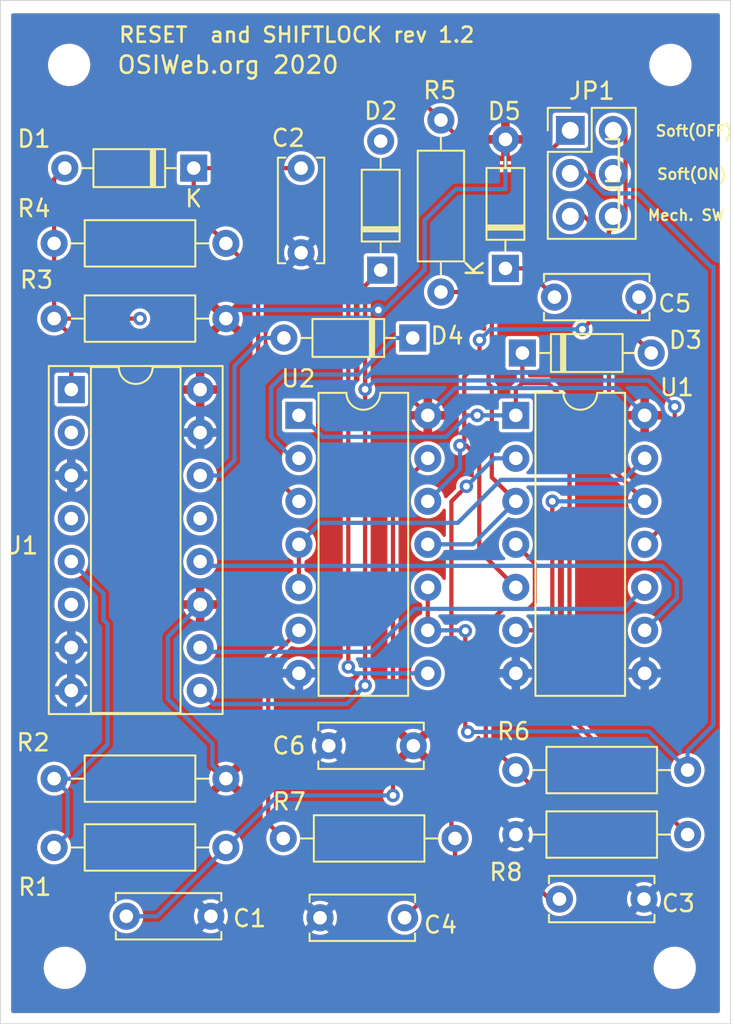
<source format=kicad_pcb>
(kicad_pcb (version 20211014) (generator pcbnew)
  (title_block (title "~RESET~ and SHIFT LOCK") (date "2022-02-22") (rev "1.2"))
  (layers (0 "F.Cu" signal) (31 "B.Cu" signal) (34 "B.Paste" user) (35 "F.Paste" user) (36 "B.SilkS" user "B.Silkscreen") (37 "F.SilkS" user "F.Silkscreen") (38 "B.Mask" user) (39 "F.Mask" user) (44 "Edge.Cuts" user))
  (net 0 "")
  (net 1 "GND")
  (net 2 "/Break1")
  (net 3 "Row0")
  (net 4 "Net-(JP1-Pad3)")
  (net 5 "ShiftLockLED-")
  (net 6 "/ShiftLock1")
  (net 7 "ShifLockLED+")
  (net 8 "~{RESET}")
  (net 9 "Col0")
  (net 10 "Net-(J1-Pad6)")
  (net 11 "Net-(J1-Pad13)")
  (net 12 "Net-(J1-Pad4)")
  (net 13 "Net-(J1-Pad2)")
  (net 14 "Net-(C1-Pad2)")
  (net 15 "Net-(C2-Pad1)")
  (net 16 "Net-(C3-Pad2)")
  (net 17 "Net-(C4-Pad1)")
  (net 18 "Net-(R5-Pad1)")
  (net 19 "Net-(R7-Pad2)")
  (net 20 "Net-(C5-Pad2)")
  (net 21 "Net-(D2-Pad2)")
  (net 22 "Net-(D3-Pad1)")
  (net 23 "Net-(JP1-Pad2)")
  (net 24 "Net-(JP1-Pad1)")
  (net 25 "Net-(U1-Pad13)")
  (net 26 "Net-(D4-Pad1)")
  (net 27 "Net-(C5-Pad1)")
  (net 28 "Net-(JP1-Pad5)")
  (footprint "Capacitor_THT:C_Disc_D6.0mm_W2.5mm_P5.00mm" (layer "F.Cu") (at 119.126 92.456 180)
    (fp_text reference "C1" (at -2.286 -0.127) (layer "F.SilkS"))
    (fp_text value "0.33uF")
    (fp_line (start 5.62 -1.37) (end 5.62 -0.925) (layer "F.SilkS") (width 0.12))
    (fp_line (start 5.62 0.925) (end 5.62 1.37) (layer "F.SilkS") (width 0.12))
    (fp_line (start -0.62 -1.37) (end 5.62 -1.37) (layer "F.SilkS") (width 0.12))
    (fp_line (start -0.62 -1.37) (end -0.62 -0.925) (layer "F.SilkS") (width 0.12))
    (fp_line (start -0.62 0.925) (end -0.62 1.37) (layer "F.SilkS") (width 0.12))
    (fp_line (start -0.62 1.37) (end 5.62 1.37) (layer "F.SilkS") (width 0.12))
    (pad "1" thru_hole circle (at 0 0 180) (size 1.6 1.6) (drill 0.8) (layers *.Cu *.Mask) (net 1 "GND"))
    (pad "2" thru_hole circle (at 5 0 180) (size 1.6 1.6) (drill 0.8) (layers *.Cu *.Mask) (net 14 "Net-(C1-Pad2)"))
  )
  (footprint "Capacitor_THT:C_Disc_D6.0mm_W2.5mm_P5.00mm" (layer "F.Cu") (at 144.74 91.44 180)
    (fp_text reference "C3" (at -2.032 -0.254) (layer "F.SilkS"))
    (fp_text value "0.1uF")
    (fp_line (start -0.62 -1.37) (end 5.62 -1.37) (layer "F.SilkS") (width 0.12))
    (fp_line (start 5.62 -1.37) (end 5.62 -0.925) (layer "F.SilkS") (width 0.12))
    (fp_line (start -0.62 1.37) (end 5.62 1.37) (layer "F.SilkS") (width 0.12))
    (fp_line (start -0.62 0.925) (end -0.62 1.37) (layer "F.SilkS") (width 0.12))
    (fp_line (start -0.62 -1.37) (end -0.62 -0.925) (layer "F.SilkS") (width 0.12))
    (fp_line (start 5.62 0.925) (end 5.62 1.37) (layer "F.SilkS") (width 0.12))
    (pad "1" thru_hole circle (at 0 0 180) (size 1.6 1.6) (drill 0.8) (layers *.Cu *.Mask) (net 1 "GND"))
    (pad "2" thru_hole circle (at 5 0 180) (size 1.6 1.6) (drill 0.8) (layers *.Cu *.Mask) (net 16 "Net-(C3-Pad2)"))
  )
  (footprint "Capacitor_THT:C_Disc_D6.0mm_W2.5mm_P5.00mm" (layer "F.Cu") (at 130.5814 92.5449 180)
    (fp_text reference "C4" (at -2.1209 -0.4191) (layer "F.SilkS"))
    (fp_text value "0.1uF" hide)
    (fp_line (start -0.62 -1.37) (end -0.62 -0.925) (layer "F.SilkS") (width 0.12))
    (fp_line (start 5.62 0.925) (end 5.62 1.37) (layer "F.SilkS") (width 0.12))
    (fp_line (start -0.62 0.925) (end -0.62 1.37) (layer "F.SilkS") (width 0.12))
    (fp_line (start 5.62 -1.37) (end 5.62 -0.925) (layer "F.SilkS") (width 0.12))
    (fp_line (start -0.62 1.37) (end 5.62 1.37) (layer "F.SilkS") (width 0.12))
    (fp_line (start -0.62 -1.37) (end 5.62 -1.37) (layer "F.SilkS") (width 0.12))
    (pad "1" thru_hole circle (at 0 0 180) (size 1.6 1.6) (drill 0.8) (layers *.Cu *.Mask) (net 17 "Net-(C4-Pad1)"))
    (pad "2" thru_hole circle (at 5 0 180) (size 1.6 1.6) (drill 0.8) (layers *.Cu *.Mask) (net 1 "GND"))
  )
  (footprint "Diode_THT:D_DO-35_SOD27_P7.62mm_Horizontal" (layer "F.Cu") (at 118.11 48.26 180)
    (fp_text reference "D1" (at 9.4488 1.7272) (layer "F.SilkS"))
    (fp_text value "1N914")
    (fp_text user "K" (at 0 -1.8) (layer "F.SilkS"))
    (fp_line (start 1.04 0) (end 1.69 0) (layer "F.SilkS") (width 0.12))
    (fp_line (start 5.93 -1.12) (end 1.69 -1.12) (layer "F.SilkS") (width 0.12))
    (fp_line (start 5.93 1.12) (end 5.93 -1.12) (layer "F.SilkS") (width 0.12))
    (fp_line (start 2.29 -1.12) (end 2.29 1.12) (layer "F.SilkS") (width 0.12))
    (fp_line (start 1.69 -1.12) (end 1.69 1.12) (layer "F.SilkS") (width 0.12))
    (fp_line (start 2.41 -1.12) (end 2.41 1.12) (layer "F.SilkS") (width 0.12))
    (fp_line (start 1.69 1.12) (end 5.93 1.12) (layer "F.SilkS") (width 0.12))
    (fp_line (start 2.53 -1.12) (end 2.53 1.12) (layer "F.SilkS") (width 0.12))
    (fp_line (start 6.58 0) (end 5.93 0) (layer "F.SilkS") (width 0.12))
    (pad "1" thru_hole rect (at 0 0 180) (size 1.6 1.6) (drill 0.8) (layers *.Cu *.Mask) (net 15 "Net-(C2-Pad1)"))
    (pad "2" thru_hole oval (at 7.62 0 180) (size 1.6 1.6) (drill 0.8) (layers *.Cu *.Mask) (net 2 "/Break1"))
  )
  (footprint "Diode_THT:D_DO-35_SOD27_P7.62mm_Horizontal" (layer "F.Cu") (at 129.16916 54.28488 90)
    (fp_text reference "D2" (at 9.398 0 180) (layer "F.SilkS"))
    (fp_text value "1N914")
    (fp_line (start 1.04 0) (end 1.69 0) (layer "F.SilkS") (width 0.12))
    (fp_line (start 1.69 -1.12) (end 1.69 1.12) (layer "F.SilkS") (width 0.12))
    (fp_line (start 5.93 -1.12) (end 1.69 -1.12) (layer "F.SilkS") (width 0.12))
    (fp_line (start 2.53 -1.12) (end 2.53 1.12) (layer "F.SilkS") (width 0.12))
    (fp_line (start 5.93 1.12) (end 5.93 -1.12) (layer "F.SilkS") (width 0.12))
    (fp_line (start 6.58 0) (end 5.93 0) (layer "F.SilkS") (width 0.12))
    (fp_line (start 2.29 -1.12) (end 2.29 1.12) (layer "F.SilkS") (width 0.12))
    (fp_line (start 2.41 -1.12) (end 2.41 1.12) (layer "F.SilkS") (width 0.12))
    (fp_line (start 1.69 1.12) (end 5.93 1.12) (layer "F.SilkS") (width 0.12))
    (pad "1" thru_hole rect (at 0 0 90) (size 1.6 1.6) (drill 0.8) (layers *.Cu *.Mask) (net 3 "Row0"))
    (pad "2" thru_hole oval (at 7.62 0 90) (size 1.6 1.6) (drill 0.8) (layers *.Cu *.Mask) (net 21 "Net-(D2-Pad2)"))
  )
  (footprint "Resistor_THT:R_Axial_DIN0207_L6.3mm_D2.5mm_P10.16mm_Horizontal" (layer "F.Cu") (at 137.16 83.82)
    (fp_text reference "R6" (at -0.127 -2.286) (layer "F.SilkS"))
    (fp_text value "100k")
    (fp_line (start 1.04 0) (end 1.81 0) (layer "F.SilkS") (width 0.12))
    (fp_line (start 8.35 1.37) (end 8.35 -1.37) (layer "F.SilkS") (width 0.12))
    (fp_line (start 8.35 -1.37) (end 1.81 -1.37) (layer "F.SilkS") (width 0.12))
    (fp_line (start 9.12 0) (end 8.35 0) (layer "F.SilkS") (width 0.12))
    (fp_line (start 1.81 -1.37) (end 1.81 1.37) (layer "F.SilkS") (width 0.12))
    (fp_line (start 1.81 1.37) (end 8.35 1.37) (layer "F.SilkS") (width 0.12))
    (pad "1" thru_hole circle (at 0 0) (size 1.6 1.6) (drill 0.8) (layers *.Cu *.Mask) (net 16 "Net-(C3-Pad2)"))
    (pad "2" thru_hole oval (at 10.16 0) (size 1.6 1.6) (drill 0.8) (layers *.Cu *.Mask) (net 4 "Net-(JP1-Pad3)"))
  )
  (footprint "Resistor_THT:R_Axial_DIN0207_L6.3mm_D2.5mm_P10.16mm_Horizontal" (layer "F.Cu") (at 133.5659 87.8586 180)
    (fp_text reference "R7" (at 9.8044 2.1717) (layer "F.SilkS"))
    (fp_text value "1k")
    (fp_line (start 1.81 1.37) (end 8.35 1.37) (layer "F.SilkS") (width 0.12))
    (fp_line (start 1.04 0) (end 1.81 0) (layer "F.SilkS") (width 0.12))
    (fp_line (start 8.35 1.37) (end 8.35 -1.37) (layer "F.SilkS") (width 0.12))
    (fp_line (start 1.81 -1.37) (end 1.81 1.37) (layer "F.SilkS") (width 0.12))
    (fp_line (start 8.35 -1.37) (end 1.81 -1.37) (layer "F.SilkS") (width 0.12))
    (fp_line (start 9.12 0) (end 8.35 0) (layer "F.SilkS") (width 0.12))
    (pad "1" thru_hole circle (at 0 0 180) (size 1.6 1.6) (drill 0.8) (layers *.Cu *.Mask) (net 17 "Net-(C4-Pad1)"))
    (pad "2" thru_hole oval (at 10.16 0 180) (size 1.6 1.6) (drill 0.8) (layers *.Cu *.Mask) (net 19 "Net-(R7-Pad2)"))
  )
  (footprint "Resistor_THT:R_Axial_DIN0207_L6.3mm_D2.5mm_P10.16mm_Horizontal" (layer "F.Cu") (at 137.16 87.63)
    (fp_text reference "R8" (at -0.5842 2.2225) (layer "F.SilkS"))
    (fp_text value "1K")
    (fp_line (start 8.35 -1.37) (end 1.81 -1.37) (layer "F.SilkS") (width 0.12))
    (fp_line (start 8.35 1.37) (end 8.35 -1.37) (layer "F.SilkS") (width 0.12))
    (fp_line (start 1.81 1.37) (end 8.35 1.37) (layer "F.SilkS") (width 0.12))
    (fp_line (start 1.04 0) (end 1.81 0) (layer "F.SilkS") (width 0.12))
    (fp_line (start 1.81 -1.37) (end 1.81 1.37) (layer "F.SilkS") (width 0.12))
    (fp_line (start 9.12 0) (end 8.35 0) (layer "F.SilkS") (width 0.12))
    (pad "1" thru_hole circle (at 0 0) (size 1.6 1.6) (drill 0.8) (layers *.Cu *.Mask) (net 1 "GND"))
    (pad "2" thru_hole oval (at 10.16 0) (size 1.6 1.6) (drill 0.8) (layers *.Cu *.Mask) (net 22 "Net-(D3-Pad1)"))
  )
  (footprint "Package_DIP:DIP-14_W7.62mm" (layer "F.Cu") (at 137.16 62.865)
    (fp_text reference "U1" (at 9.525 -1.651) (layer "F.SilkS"))
    (fp_text value "4066")
    (fp_line (start 2.81 -1.33) (end 1.16 -1.33) (layer "F.SilkS") (width 0.12))
    (fp_line (start 1.16 -1.33) (end 1.16 16.57) (layer "F.SilkS") (width 0.12))
    (fp_line (start 1.16 16.57) (end 6.46 16.57) (layer "F.SilkS") (width 0.12))
    (fp_line (start 6.46 -1.33) (end 4.81 -1.33) (layer "F.SilkS") (width 0.12))
    (fp_line (start 6.46 16.57) (end 6.46 -1.33) (layer "F.SilkS") (width 0.12))
    (fp_arc (start 4.81 -1.33) (mid 3.81 -0.33) (end 2.81 -1.33) (layer "F.SilkS") (width 0.12))
    (pad "1" thru_hole rect (at 0 0) (size 1.6 1.6) (drill 0.8) (layers *.Cu *.Mask) (net 22 "Net-(D3-Pad1)"))
    (pad "2" thru_hole oval (at 0 2.54) (size 1.6 1.6) (drill 0.8) (layers *.Cu *.Mask) (net 17 "Net-(C4-Pad1)"))
    (pad "3" thru_hole oval (at 0 5.08) (size 1.6 1.6) (drill 0.8) (layers *.Cu *.Mask) (net 18 "Net-(R5-Pad1)"))
    (pad "4" thru_hole oval (at 0 7.62) (size 1.6 1.6) (drill 0.8) (layers *.Cu *.Mask) (net 16 "Net-(C3-Pad2)"))
    (pad "5" thru_hole oval (at 0 10.16) (size 1.6 1.6) (drill 0.8) (layers *.Cu *.Mask) (net 28 "Net-(JP1-Pad5)"))
    (pad "6" thru_hole oval (at 0 12.7) (size 1.6 1.6) (drill 0.8) (layers *.Cu *.Mask) (net 23 "Net-(JP1-Pad2)"))
    (pad "7" thru_hole oval (at 0 15.24) (size 1.6 1.6) (drill 0.8) (layers *.Cu *.Mask) (net 1 "GND"))
    (pad "8" thru_hole oval (at 7.62 15.24) (size 1.6 1.6) (drill 0.8) (layers *.Cu *.Mask) (net 1 "GND"))
    (pad "9" thru_hole oval (at 7.62 12.7) (size 1.6 1.6) (drill 0.8) (layers *.Cu *.Mask) (net 5 "ShiftLockLED-"))
    (pad "10" thru_hole oval (at 7.62 10.16) (size 1.6 1.6) (drill 0.8) (layers *.Cu *.Mask) (net 9 "Col0"))
    (pad "11" thru_hole oval (at 7.62 7.62) (size 1.6 1.6) (drill 0.8) (layers *.Cu *.Mask) (net 3 "Row0"))
    (pad "12" thru_hole oval (at 7.62 5.08) (size 1.6 1.6) (drill 0.8) (layers *.Cu *.Mask) (net 23 "Net-(JP1-Pad2)"))
    (pad "13" thru_hole oval (at 7.62 2.54) (size 1.6 1.6) (drill 0.8) (layers *.Cu *.Mask) (net 25 "Net-(U1-Pad13)"))
    (pad "14" thru_hole oval (at 7.62 0) (size 1.6 1.6) (drill 0.8) (layers *.Cu *.Mask) (net 7 "ShifLockLED+"))
  )
  (footprint "Capacitor_THT:C_Disc_D6.0mm_W2.5mm_P5.00mm" (layer "F.Cu") (at 124.46 48.26 -90)
    (fp_text reference "C2" (at -1.778 0.762 180) (layer "F.SilkS"))
    (fp_text value "6.8uF")
    (fp_line (start -0.62 0.925) (end -0.62 1.37) (layer "F.SilkS") (width 0.12))
    (fp_line (start -0.62 1.37) (end 5.62 1.37) (layer "F.SilkS") (width 0.12))
    (fp_line (start 5.62 -1.37) (end 5.62 -0.925) (layer "F.SilkS") (width 0.12))
    (fp_line (start -0.62 -1.37) (end -0.62 -0.925) (layer "F.SilkS") (width 0.12))
    (fp_line (start 5.62 0.925) (end 5.62 1.37) (layer "F.SilkS") (width 0.12))
    (fp_line (start -0.62 -1.37) (end 5.62 -1.37) (layer "F.SilkS") (width 0.12))
    (pad "1" thru_hole circle (at 0 0 270) (size 1.6 1.6) (drill 0.8) (layers *.Cu *.Mask) (net 15 "Net-(C2-Pad1)"))
    (pad "2" thru_hole circle (at 5 0 270) (size 1.6 1.6) (drill 0.8) (layers *.Cu *.Mask) (net 1 "GND"))
  )
  (footprint "Resistor_THT:R_Axial_DIN0207_L6.3mm_D2.5mm_P10.16mm_Horizontal" (layer "F.Cu") (at 120.015 84.328 180)
    (fp_text reference "R1" (at 11.303 -6.4008) (layer "F.SilkS"))
    (fp_text value "1k")
    (fp_line (start 1.04 0) (end 1.81 0) (layer "F.SilkS") (width 0.12))
    (fp_line (start 8.35 1.37) (end 8.35 -1.37) (layer "F.SilkS") (width 0.12))
    (fp_line (start 1.81 -1.37) (end 1.81 1.37) (layer "F.SilkS") (width 0.12))
    (fp_line (start 8.35 -1.37) (end 1.81 -1.37) (layer "F.SilkS") (width 0.12))
    (fp_line (start 1.81 1.37) (end 8.35 1.37) (layer "F.SilkS") (width 0.12))
    (fp_line (start 9.12 0) (end 8.35 0) (layer "F.SilkS") (width 0.12))
    (pad "1" thru_hole circle (at 0 0 180) (size 1.6 1.6) (drill 0.8) (layers *.Cu *.Mask) (net 7 "ShifLockLED+"))
    (pad "2" thru_hole oval (at 10.16 0 180) (size 1.6 1.6) (drill 0.8) (layers *.Cu *.Mask) (net 6 "/ShiftLock1"))
  )
  (footprint "Resistor_THT:R_Axial_DIN0207_L6.3mm_D2.5mm_P10.16mm_Horizontal" (layer "F.Cu") (at 109.855 88.392)
    (fp_text reference "R2" (at -1.2446 -6.1976) (layer "F.SilkS"))
    (fp_text value "100k")
    (fp_line (start 9.12 0) (end 8.35 0) (layer "F.SilkS") (width 0.12))
    (fp_line (start 8.35 -1.37) (end 1.81 -1.37) (layer "F.SilkS") (width 0.12))
    (fp_line (start 1.81 -1.37) (end 1.81 1.37) (layer "F.SilkS") (width 0.12))
    (fp_line (start 1.04 0) (end 1.81 0) (layer "F.SilkS") (width 0.12))
    (fp_line (start 1.81 1.37) (end 8.35 1.37) (layer "F.SilkS") (width 0.12))
    (fp_line (start 8.35 1.37) (end 8.35 -1.37) (layer "F.SilkS") (width 0.12))
    (pad "1" thru_hole circle (at 0 0) (size 1.6 1.6) (drill 0.8) (layers *.Cu *.Mask) (net 6 "/ShiftLock1"))
    (pad "2" thru_hole oval (at 10.16 0) (size 1.6 1.6) (drill 0.8) (layers *.Cu *.Mask) (net 14 "Net-(C1-Pad2)"))
  )
  (footprint "Diode_THT:D_DO-35_SOD27_P7.62mm_Horizontal" (layer "F.Cu") (at 137.547712 59.182)
    (fp_text reference "D3" (at 9.645288 -0.762) (layer "F.SilkS"))
    (fp_text value "1N914")
    (fp_line (start 5.93 1.12) (end 5.93 -1.12) (layer "F.SilkS") (width 0.12))
    (fp_line (start 1.04 0) (end 1.69 0) (layer "F.SilkS") (width 0.12))
    (fp_line (start 2.41 -1.12) (end 2.41 1.12) (layer "F.SilkS") (width 0.12))
    (fp_line (start 1.69 1.12) (end 5.93 1.12) (layer "F.SilkS") (width 0.12))
    (fp_line (start 6.58 0) (end 5.93 0) (layer "F.SilkS") (width 0.12))
    (fp_line (start 5.93 -1.12) (end 1.69 -1.12) (layer "F.SilkS") (width 0.12))
    (fp_line (start 2.29 -1.12) (end 2.29 1.12) (layer "F.SilkS") (width 0.12))
    (fp_line (start 2.53 -1.12) (end 2.53 1.12) (layer "F.SilkS") (width 0.12))
    (fp_line (start 1.69 -1.12) (end 1.69 1.12) (layer "F.SilkS") (width 0.12))
    (pad "1" thru_hole rect (at 0 0) (size 1.6 1.6) (drill 0.8) (layers *.Cu *.Mask) (net 22 "Net-(D3-Pad1)"))
    (pad "2" thru_hole oval (at 7.62 0) (size 1.6 1.6) (drill 0.8) (layers *.Cu *.Mask) (net 20 "Net-(C5-Pad2)"))
  )
  (footprint "Capacitor_THT:C_Disc_D6.0mm_W2.5mm_P5.00mm" (layer "F.Cu") (at 139.446 55.88)
    (fp_text reference "C5" (at 7.112 0.381) (layer "F.SilkS"))
    (fp_text value "0.33uF")
    (fp_line (start -0.62 1.37) (end 5.62 1.37) (layer "F.SilkS") (width 0.12))
    (fp_line (start -0.62 -1.37) (end -0.62 -0.925) (layer "F.SilkS") (width 0.12))
    (fp_line (start 5.62 0.925) (end 5.62 1.37) (layer "F.SilkS") (width 0.12))
    (fp_line (start -0.62 0.925) (end -0.62 1.37) (layer "F.SilkS") (width 0.12))
    (fp_line (start -0.62 -1.37) (end 5.62 -1.37) (layer "F.SilkS") (width 0.12))
    (fp_line (start 5.62 -1.37) (end 5.62 -0.925) (layer "F.SilkS") (width 0.12))
    (pad "1" thru_hole circle (at 0 0) (size 1.6 1.6) (drill 0.8) (layers *.Cu *.Mask) (net 27 "Net-(C5-Pad1)"))
    (pad "2" thru_hole circle (at 5 0) (size 1.6 1.6) (drill 0.8) (layers *.Cu *.Mask) (net 20 "Net-(C5-Pad2)"))
  )
  (footprint "Resistor_THT:R_Axial_DIN0207_L6.3mm_D2.5mm_P10.16mm_Horizontal" (layer "F.Cu") (at 109.855 52.705)
    (fp_text reference "R4" (at -1.1938 -2.0574) (layer "F.SilkS"))
    (fp_text value "1M")
    (fp_line (start 1.81 -1.37) (end 1.81 1.37) (layer "F.SilkS") (width 0.12))
    (fp_line (start 1.81 1.37) (end 8.35 1.37) (layer "F.SilkS") (width 0.12))
    (fp_line (start 8.35 1.37) (end 8.35 -1.37) (layer "F.SilkS") (width 0.12))
    (fp_line (start 8.35 -1.37) (end 1.81 -1.37) (layer "F.SilkS") (width 0.12))
    (fp_line (start 1.04 0) (end 1.81 0) (layer "F.SilkS") (width 0.12))
    (fp_line (start 9.12 0) (end 8.35 0) (layer "F.SilkS") (width 0.12))
    (pad "1" thru_hole circle (at 0 0) (size 1.6 1.6) (drill 0.8) (layers *.Cu *.Mask) (net 2 "/Break1"))
    (pad "2" thru_hole oval (at 10.16 0) (size 1.6 1.6) (drill 0.8) (layers *.Cu *.Mask) (net 15 "Net-(C2-Pad1)"))
  )
  (footprint "Diode_THT:D_DO-35_SOD27_P7.62mm_Horizontal" (layer "F.Cu") (at 131.064 58.293 180)
    (fp_text reference "D4" (at -2.032 0.127) (layer "F.SilkS"))
    (fp_text value "1N914")
    (fp_line (start 6.58 0) (end 5.93 0) (layer "F.SilkS") (width 0.12))
    (fp_line (start 1.69 -1.12) (end 1.69 1.12) (layer "F.SilkS") (width 0.12))
    (fp_line (start 5.93 1.12) (end 5.93 -1.12) (layer "F.SilkS") (width 0.12))
    (fp_line (start 5.93 -1.12) (end 1.69 -1.12) (layer "F.SilkS") (width 0.12))
    (fp_line (start 1.04 0) (end 1.69 0) (layer "F.SilkS") (width 0.12))
    (fp_line (start 1.69 1.12) (end 5.93 1.12) (layer "F.SilkS") (width 0.12))
    (fp_line (start 2.41 -1.12) (end 2.41 1.12) (layer "F.SilkS") (width 0.12))
    (fp_line (start 2.53 -1.12) (end 2.53 1.12) (layer "F.SilkS") (width 0.12))
    (fp_line (start 2.29 -1.12) (end 2.29 1.12) (layer "F.SilkS") (width 0.12))
    (pad "1" thru_hole rect (at 0 0 180) (size 1.6 1.6) (drill 0.8) (layers *.Cu *.Mask) (net 26 "Net-(D4-Pad1)"))
    (pad "2" thru_hole oval (at 7.62 0 180) (size 1.6 1.6) (drill 0.8) (layers *.Cu *.Mask) (net 8 "~{RESET}"))
  )
  (footprint "Resistor_THT:R_Axial_DIN0207_L6.3mm_D2.5mm_P10.16mm_Horizontal" (layer "F.Cu") (at 120.015 57.15 180)
    (fp_text reference "R3" (at 11.2014 2.286) (layer "F.SilkS"))
    (fp_text value "1k")
    (fp_line (start 1.81 1.37) (end 8.35 1.37) (layer "F.SilkS") (width 0.12))
    (fp_line (start 9.12 0) (end 8.35 0) (layer "F.SilkS") (width 0.12))
    (fp_line (start 8.35 1.37) (end 8.35 -1.37) (layer "F.SilkS") (width 0.12))
    (fp_line (start 8.35 -1.37) (end 1.81 -1.37) (layer "F.SilkS") (width 0.12))
    (fp_line (start 1.81 -1.37) (end 1.81 1.37) (layer "F.SilkS") (width 0.12))
    (fp_line (start 1.04 0) (end 1.81 0) (layer "F.SilkS") (width 0.12))
    (pad "1" thru_hole circle (at 0 0 180) (size 1.6 1.6) (drill 0.8) (layers *.Cu *.Mask) (net 7 "ShifLockLED+"))
    (pad "2" thru_hole oval (at 10.16 0 180) (size 1.6 1.6) (drill 0.8) (layers *.Cu *.Mask) (net 2 "/Break1"))
  )
  (footprint "Capacitor_THT:C_Disc_D6.0mm_W2.5mm_P5.00mm" (layer "F.Cu") (at 126.0983 82.3849)
    (fp_text reference "C6" (at -2.3622 0) (layer "F.SilkS"))
    (fp_text value "0.1uF")
    (fp_line (start 5.62 -1.37) (end 5.62 -0.925) (layer "F.SilkS") (width 0.12))
    (fp_line (start -0.62 -1.37) (end -0.62 -0.925) (layer "F.SilkS") (width 0.12))
    (fp_line (start 5.62 0.925) (end 5.62 1.37) (layer "F.SilkS") (width 0.12))
    (fp_line (start -0.62 1.37) (end 5.62 1.37) (layer "F.SilkS") (width 0.12))
    (fp_line (start -0.62 0.925) (end -0.62 1.37) (layer "F.SilkS") (width 0.12))
    (fp_line (start -0.62 -1.37) (end 5.62 -1.37) (layer "F.SilkS") (width 0.12))
    (pad "1" thru_hole circle (at 0 0) (size 1.6 1.6) (drill 0.8) (layers *.Cu *.Mask) (net 1 "GND"))
    (pad "2" thru_hole circle (at 5 0) (size 1.6 1.6) (drill 0.8) (layers *.Cu *.Mask) (net 7 "ShifLockLED+"))
  )
  (footprint "Package_DIP:DIP-16_W7.62mm_Socket" (layer "F.Cu") (at 110.871 61.341)
    (fp_text reference "J1" (at -2.8194 9.2202) (layer "F.SilkS"))
    (fp_text value "Conn_01x16")
    (fp_line (start 6.46 -1.33) (end 4.81 -1.33) (layer "F.SilkS") (width 0.12))
    (fp_line (start -1.33 -1.39) (end -1.33 19.17) (layer "F.SilkS") (width 0.12))
    (fp_line (start 1.16 19.11) (end 6.46 19.11) (layer "F.SilkS") (width 0.12))
    (fp_line (start 8.95 19.17) (end 8.95 -1.39) (layer "F.SilkS") (width 0.12))
    (fp_line (start 1.16 -1.33) (end 1.16 19.11) (layer "F.SilkS") (width 0.12))
    (fp_line (start 6.46 19.11) (end 6.46 -1.33) (layer "F.SilkS") (width 0.12))
    (fp_line (start 2.81 -1.33) (end 1.16 -1.33) (layer "F.SilkS") (width 0.12))
    (fp_line (start -1.33 19.17) (end 8.95 19.17) (layer "F.SilkS") (width 0.12))
    (fp_line (start 8.95 -1.39) (end -1.33 -1.39) (layer "F.SilkS") (width 0.12))
    (fp_arc (start 4.81 -1.33) (mid 3.81 -0.33) (end 2.81 -1.33) (layer "F.SilkS") (width 0.12))
    (pad "1" thru_hole rect (at 0 0) (size 1.6 1.6) (drill 0.8) (layers *.Cu *.Mask) (net 2 "/Break1"))
    (pad "2" thru_hole oval (at 0 2.54) (size 1.6 1.6) (drill 0.8) (layers *.Cu *.Mask) (net 13 "Net-(J1-Pad2)"))
    (pad "3" thru_hole oval (at 0 5.08) (size 1.6 1.6) (drill 0.8) (layers *.Cu *.Mask) (net 1 "GND"))
    (pad "4" thru_hole oval (at 0 7.62) (size 1.6 1.6) (drill 0.8) (layers *.Cu *.Mask) (net 12 "Net-(J1-Pad4)"))
    (pad "5" thru_hole oval (at 0 10.16) (size 1.6 1.6) (drill 0.8) (layers *.Cu *.Mask) (net 6 "/ShiftLock1"))
    (pad "6" thru_hole oval (at 0 12.7) (size 1.6 1.6) (drill 0.8) (layers *.Cu *.Mask) (net 10 "Net-(J1-Pad6)"))
    (pad "7" thru_hole oval (at 0 15.24) (size 1.6 1.6) (drill 0.8) (layers *.Cu *.Mask) (net 1 "GND"))
    (pad "8" thru_hole oval (at 0 17.78) (size 1.6 1.6) (drill 0.8) (layers *.Cu *.Mask) (net 1 "GND"))
    (pad "9" thru_hole oval (at 7.62 17.78) (size 1.6 1.6) (drill 0.8) (layers *.Cu *.Mask) (net 3 "Row0"))
    (pad "10" thru_hole oval (at 7.62 15.24) (size 1.6 1.6) (drill 0.8) (layers *.Cu *.Mask) (net 9 "Col0"))
    (pad "11" thru_hole oval (at 7.62 12.7) (size 1.6 1.6) (drill 0.8) (layers *.Cu *.Mask) (net 7 "ShifLockLED+"))
    (pad "12" thru_hole oval (at 7.62 10.16) (size 1.6 1.6) (drill 0.8) (layers *.Cu *.Mask) (net 5 "ShiftLockLED-"))
    (pad "13" thru_hole oval (at 7.62 7.62) (size 1.6 1.6) (drill 0.8) (layers *.Cu *.Mask) (net 11 "Net-(J1-Pad13)"))
    (pad "14" thru_hole oval (at 7.62 5.08) (size 1.6 1.6) (drill 0.8) (layers *.Cu *.Mask) (net 8 "~{RESET}"))
    (pad "15" thru_hole oval (at 7.62 2.54) (size 1.6 1.6) (drill 0.8) (layers *.Cu *.Mask) (net 1 "GND"))
    (pad "16" thru_hole oval (at 7.62 0) (size 1.6 1.6) (drill 0.8) (layers *.Cu *.Mask) (net 7 "ShifLockLED+"))
  )
  (footprint "Package_DIP:DIP-14_W7.62mm" (layer "F.Cu") (at 124.333 62.865)
    (fp_text reference "U2" (at -0.0381 -2.1717) (layer "F.SilkS"))
    (fp_text value "74HC14")
    (fp_line (start 6.46 16.57) (end 6.46 -1.33) (layer "F.SilkS") (width 0.12))
    (fp_line (start 1.16 -1.33) (end 1.16 16.57) (layer "F.SilkS") (width 0.12))
    (fp_line (start 1.16 16.57) (end 6.46 16.57) (layer "F.SilkS") (width 0.12))
    (fp_line (start 2.81 -1.33) (end 1.16 -1.33) (layer "F.SilkS") (width 0.12))
    (fp_line (start 6.46 -1.33) (end 4.81 -1.33) (layer "F.SilkS") (width 0.12))
    (fp_arc (start 4.81 -1.33) (mid 3.81 -0.33) (end 2.81 -1.33) (layer "F.SilkS") (width 0.12))
    (pad "1" thru_hole rect (at 0 0) (size 1.6 1.6) (drill 0.8) (layers *.Cu *.Mask) (net 22 "Net-(D3-Pad1)"))
    (pad "2" thru_hole oval (at 0 2.54) (size 1.6 1.6) (drill 0.8) (layers *.Cu *.Mask) (net 26 "Net-(D4-Pad1)"))
    (pad "3" thru_hole oval (at 0 5.08) (size 1.6 1.6) (drill 0.8) (layers *.Cu *.Mask) (net 15 "Net-(C2-Pad1)"))
    (pad "4" thru_hole oval (at 0 7.62) (size 1.6 1.6) (drill 0.8) (layers *.Cu *.Mask) (net 25 "Net-(U1-Pad13)"))
    (pad "5" thru_hole oval (at 0 10.16) (size 1.6 1.6) (drill 0.8) (layers *.Cu *.Mask) (net 25 "Net-(U1-Pad13)"))
    (pad "6" thru_hole oval (at 0 12.7) (size 1.6 1.6) (drill 0.8) (layers *.Cu *.Mask) (net 19 "Net-(R7-Pad2)"))
    (pad "7" thru_hole oval (at 0 15.24) (size 1.6 1.6) (drill 0.8) (layers *.Cu *.Mask) (net 1 "GND"))
    (pad "8" thru_hole oval (at 7.62 15.24) (size 1.6 1.6) (drill 0.8) (layers *.Cu *.Mask) (net 24 "Net-(JP1-Pad1)"))
    (pad "9" thru_hole oval (at 7.62 12.7) (size 1.6 1.6) (drill 0.8) (layers *.Cu *.Mask) (net 4 "Net-(JP1-Pad3)"))
    (pad "10" thru_hole oval (at 7.62 10.16) (size 1.6 1.6) (drill 0.8) (layers *.Cu *.Mask) (net 4 "Net-(JP1-Pad3)"))
    (pad "11" thru_hole oval (at 7.62 7.62) (size 1.6 1.6) (drill 0.8) (layers *.Cu *.Mask) (net 18 "Net-(R5-Pad1)"))
    (pad "12" thru_hole oval (at 7.62 5.08) (size 1.6 1.6) (drill 0.8) (layers *.Cu *.Mask) (net 28 "Net-(JP1-Pad5)"))
    (pad "13" thru_hole oval (at 7.62 2.54) (size 1.6 1.6) (drill 0.8) (layers *.Cu *.Mask) (net 14 "Net-(C1-Pad2)"))
    (pad "14" thru_hole oval (at 7.62 0) (size 1.6 1.6) (drill 0.8) (layers *.Cu *.Mask) (net 7 "ShifLockLED+"))
  )
  (footprint "Resistor_THT:R_Axial_DIN0207_L6.3mm_D2.5mm_P10.16mm_Horizontal" (layer "F.Cu") (at 132.73024 55.58028 90)
    (fp_text reference "R5" (at 11.90752 -0.06604 180) (layer "F.SilkS"))
    (fp_text value "10k")
    (fp_line (start 1.04 0) (end 1.81 0) (layer "F.SilkS") (width 0.12))
    (fp_line (start 9.12 0) (end 8.35 0) (layer "F.SilkS") (width 0.12))
    (fp_line (start 8.35 -1.37) (end 1.81 -1.37) (layer "F.SilkS") (width 0.12))
    (fp_line (start 1.81 1.37) (end 8.35 1.37) (layer "F.SilkS") (width 0.12))
    (fp_line (start 8.35 1.37) (end 8.35 -1.37) (layer "F.SilkS") (width 0.12))
    (fp_line (start 1.81 -1.37) (end 1.81 1.37) (layer "F.SilkS") (width 0.12))
    (pad "1" thru_hole circle (at 0 0 90) (size 1.6 1.6) (drill 0.8) (layers *.Cu *.Mask) (net 18 "Net-(R5-Pad1)"))
    (pad "2" thru_hole oval (at 10.16 0 90) (size 1.6 1.6) (drill 0.8) (layers *.Cu *.Mask) (net 24 "Net-(JP1-Pad1)"))
  )
  (footprint "Connector_PinHeader_2.54mm:PinHeader_2x03_P2.54mm_Vertical" (layer "F.Cu") (at 140.38072 46.02988)
    (fp_text reference "JP1" (at 1.27 -2.33) (layer "F.SilkS"))
    (fp_text value "ShiftLock_Select")
    (fp_line (start -1.33 -1.33) (end 0 -1.33) (layer "F.SilkS") (width 0.12))
    (fp_line (start -1.33 1.27) (end 1.27 1.27) (layer "F.SilkS") (width 0.12))
    (fp_line (start -1.33 6.41) (end 3.87 6.41) (layer "F.SilkS") (width 0.12))
    (fp_line (start 3.87 -1.33) (end 3.87 6.41) (layer "F.SilkS") (width 0.12))
    (fp_line (start 1.27 -1.33) (end 3.87 -1.33) (layer "F.SilkS") (width 0.12))
    (fp_line (start -1.33 0) (end -1.33 -1.33) (layer "F.SilkS") (width 0.12))
    (fp_line (start 1.27 1.27) (end 1.27 -1.33) (layer "F.SilkS") (width 0.12))
    (fp_line (start -1.33 1.27) (end -1.33 6.41) (layer "F.SilkS") (width 0.12))
    (pad "1" thru_hole rect (at 0 0) (size 1.7 1.7) (drill 1) (layers *.Cu *.Mask) (net 24 "Net-(JP1-Pad1)"))
    (pad "2" thru_hole oval (at 2.54 0) (size 1.7 1.7) (drill 1) (layers *.Cu *.Mask) (net 23 "Net-(JP1-Pad2)"))
    (pad "3" thru_hole oval (at 0 2.54) (size 1.7 1.7) (drill 1) (layers *.Cu *.Mask) (net 4 "Net-(JP1-Pad3)"))
    (pad "4" thru_hole oval (at 2.54 2.54) (size 1.7 1.7) (drill 1) (layers *.Cu *.Mask) (net 23 "Net-(JP1-Pad2)"))
    (pad "5" thru_hole oval (at 0 5.08) (size 1.7 1.7) (drill 1) (layers *.Cu *.Mask) (net 28 "Net-(JP1-Pad5)"))
    (pad "6" thru_hole oval (at 2.54 5.08) (size 1.7 1.7) (drill 1) (layers *.Cu *.Mask) (net 23 "Net-(JP1-Pad2)"))
  )
  (footprint "Diode_THT:D_DO-35_SOD27_P7.62mm_Horizontal" (layer "F.Cu") (at 136.54532 54.18328 90)
    (fp_text reference "D5" (at 9.28116 -0.07112 180) (layer "F.SilkS"))
    (fp_text value "1N914")
    (fp_text user "K" (at 0 -1.8 90) (layer "F.SilkS"))
    (fp_line (start 1.04 0) (end 1.69 0) (layer "F.SilkS") (width 0.12))
    (fp_line (start 6.58 0) (end 5.93 0) (layer "F.SilkS") (width 0.12))
    (fp_line (start 2.53 -1.12) (end 2.53 1.12) (layer "F.SilkS") (width 0.12))
    (fp_line (start 5.93 -1.12) (end 1.69 -1.12) (layer "F.SilkS") (width 0.12))
    (fp_line (start 2.41 -1.12) (end 2.41 1.12) (layer "F.SilkS") (width 0.12))
    (fp_line (start 1.69 1.12) (end 5.93 1.12) (layer "F.SilkS") (width 0.12))
    (fp_line (start 5.93 1.12) (end 5.93 -1.12) (layer "F.SilkS") (width 0.12))
    (fp_line (start 1.69 -1.12) (end 1.69 1.12) (layer "F.SilkS") (width 0.12))
    (fp_line (start 2.29 -1.12) (end 2.29 1.12) (layer "F.SilkS") (width 0.12))
    (pad "1" thru_hole rect (at 0 0 90) (size 1.6 1.6) (drill 0.8) (layers *.Cu *.Mask) (net 27 "Net-(C5-Pad1)"))
    (pad "2" thru_hole oval (at 7.62 0 90) (size 1.6 1.6) (drill 0.8) (layers *.Cu *.Mask) (net 7 "ShifLockLED+"))
  )
  (footprint "MountingHole:MountingHole_2mm" (layer "F.Cu") (at 110.744 42.164)
    (fp_text reference "REF**" hide)
    (fp_text value "MountingHole_2mm" hide)
    (pad "" np_thru_hole circle (at 0 0) (size 2 2) (drill 2) (layers *.Cu *.Mask))
  )
  (footprint "MountingHole:MountingHole_2mm" (layer "F.Cu") (at 110.49 95.504)
    (fp_text reference "REF**" hide)
    (fp_text value "MountingHole_2mm" hide)
    (pad "" np_thru_hole circle (at 0 0) (size 2 2) (drill 2) (layers *.Cu *.Mask))
  )
  (footprint "MountingHole:MountingHole_2mm" (layer "F.Cu") (at 146.304 42.164)
    (fp_text reference "REF**" hide)
    (fp_text value "MountingHole_2mm" hide)
    (pad "" np_thru_hole circle (at 0 0) (size 2 2) (drill 2) (layers *.Cu *.Mask))
  )
  (footprint "MountingHole:MountingHole_2mm" (layer "F.Cu") (at 146.558 95.504)
    (fp_text reference "REF**" hide)
    (fp_text value "MountingHole_2mm" hide)
    (pad "" np_thru_hole circle (at 0 0) (size 2 2) (drill 2) (layers *.Cu *.Mask))
  )
  (gr_line (start 142.494 49.403) (end 143.256 49.403) (layer "F.SilkS") (width 0.15))
  (gr_line (start 142.494 49.022) (end 143.256 49.022) (layer "F.SilkS") (width 0.15))
  (gr_line (start 142.494 46.5455) (end 143.256 46.5455) (layer "F.SilkS") (width 0.15))
  (gr_line (start 143.256 49.022) (end 143.256 46.5455) (layer "F.SilkS") (width 0.15))
  (gr_line (start 142.494 51.8795) (end 143.256 51.8795) (layer "F.SilkS") (width 0.15))
  (gr_line (start 143.256 51.8795) (end 143.256 49.403) (layer "F.SilkS") (width 0.15))
  (gr_rect (start 149.86 98.806) (end 106.68 38.354) (layer "Edge.Cuts") (width 0.0508) (fill none))
  (gr_text "Soft(ON)" (at 147.56892 48.6156) (layer "F.SilkS") (effects (font (size 0.635 0.635) (thickness 0.127))))
  (gr_text "Soft(OFF)" (at 147.69592 46.06544) (layer "F.SilkS") (effects (font (size 0.635 0.635) (thickness 0.127))))
  (gr_text "OSIWeb.org 2020" (at 120.142 42.164) (layer "F.SilkS") (effects (font (size 1.016 1.016) (thickness 0.1524))))
  (gr_text "Mech. SW" (at 147.22856 51.04384) (layer "F.SilkS") (effects (font (size 0.635 0.635) (thickness 0.127))))
  (gr_text "RESET  and SHIFTLOCK rev 1.2" (at 124.206 40.386) (layer "F.SilkS") (effects (font (size 0.889 0.889) (thickness 0.1524))))
  (segment (start 109.855 57.15) (end 109.855 52.705) (width 0.25) (layer "F.Cu") (net 2))
  (segment (start 110.871 58.166) (end 109.855 57.15) (width 0.25) (layer "F.Cu") (net 2))
  (segment (start 109.855 52.705) (end 109.855 48.895) (width 0.25) (layer "F.Cu") (net 2))
  (segment (start 109.855 57.15) (end 114.935 57.15) (width 0.25) (layer "F.Cu") (net 2))
  (segment (start 110.871 61.341) (end 110.871 58.166) (width 0.25) (layer "F.Cu") (net 2))
  (segment (start 109.855 48.895) (end 110.49 48.26) (width 0.25) (layer "F.Cu") (net 2))
  (via (at 114.935 57.15) (size 0.8) (drill 0.4) (layers "F.Cu" "B.Cu") (net 2))
  (segment (start 128.246598 61.327758) (end 128.246598 78.264325) (width 0.25) (layer "F.Cu") (net 3))
  (segment (start 128.246598 78.264325) (end 128.246598 78.83001) (width 0.25) (layer "F.Cu") (net 3))
  (segment (start 146.558 68.707) (end 144.78 70.485) (width 0.25) (layer "F.Cu") (net 3))
  (segment (start 128.246598 61.327758) (end 128.246598 55.207442) (width 0.25) (layer "F.Cu") (net 3))
  (segment (start 128.246598 55.207442) (end 129.16916 54.28488) (width 0.25) (layer "F.Cu") (net 3))
  (segment (start 146.558 62.357) (end 146.558 68.707) (width 0.25) (layer "F.Cu") (net 3))
  (via (at 128.246598 61.327758) (size 0.8) (drill 0.4) (layers "F.Cu" "B.Cu") (net 3))
  (via (at 128.246598 78.83001) (size 0.8) (drill 0.4) (layers "F.Cu" "B.Cu") (net 3))
  (via (at 146.558 62.357) (size 0.8) (drill 0.4) (layers "F.Cu" "B.Cu") (net 3))
  (segment (start 145.00352 60.80252) (end 146.558 62.357) (width 0.25) (layer "B.Cu") (net 3))
  (segment (start 127.846599 79.230009) (end 128.246598 78.83001) (width 0.25) (layer "B.Cu") (net 3))
  (segment (start 118.491 79.121) (end 119.290999 79.920999) (width 0.25) (layer "B.Cu") (net 3))
  (segment (start 119.290999 79.920999) (end 127.155609 79.920999) (width 0.25) (layer "B.Cu") (net 3))
  (segment (start 127.155609 79.920999) (end 127.846599 79.230009) (width 0.25) (layer "B.Cu") (net 3))
  (segment (start 128.246598 61.327758) (end 128.293402 61.327758) (width 0.25) (layer "B.Cu") (net 3))
  (segment (start 128.81864 60.80252) (end 145.00352 60.80252) (width 0.25) (layer "B.Cu") (net 3))
  (segment (start 128.293402 61.327758) (end 128.81864 60.80252) (width 0.25) (layer "B.Cu") (net 3))
  (segment (start 134.17296 81.42224) (end 134.32028 81.56956) (width 0.25) (layer "F.Cu") (net 4))
  (segment (start 131.953 73.025) (end 131.953 75.565) (width 0.25) (layer "F.Cu") (net 4))
  (segment (start 134.17296 75.59548) (end 134.17296 81.42224) (width 0.25) (layer "F.Cu") (net 4))
  (via (at 134.32028 81.56956) (size 0.8) (drill 0.4) (layers "F.Cu" "B.Cu") (net 4))
  (via (at 134.17296 75.59548) (size 0.8) (drill 0.4) (layers "F.Cu" "B.Cu") (net 4))
  (segment (start 145.034 81.534) (end 147.32 83.82) (width 0.25) (layer "B.Cu") (net 4))
  (segment (start 148.844 54.102) (end 148.717 54.102) (width 0.25) (layer "B.Cu") (net 4))
  (segment (start 147.32 83.82) (end 147.32 82.68863) (width 0.25) (layer "B.Cu") (net 4))
  (segment (start 147.32 83.82) (end 147.2565 83.7565) (width 0.25) (layer "B.Cu") (net 4))
  (segment (start 137.922 81.534) (end 145.034 81.534) (width 0.25) (layer "B.Cu") (net 4))
  (segment (start 142.39748 49.75352) (end 141.10716 48.4632) (width 0.25) (layer "B.Cu") (net 4))
  (segment (start 144.36852 49.75352) (end 142.39748 49.75352) (width 0.25) (layer "B.Cu") (net 4))
  (segment (start 134.14248 75.565) (end 134.17296 75.59548) (width 0.25) (layer "B.Cu") (net 4))
  (segment (start 131.953 75.565) (end 134.14248 75.565) (width 0.25) (layer "B.Cu") (net 4))
  (segment (start 148.717 54.102) (end 144.36852 49.75352) (width 0.25) (layer "B.Cu") (net 4))
  (segment (start 134.32028 81.56956) (end 137.88644 81.56956) (width 0.25) (layer "B.Cu") (net 4))
  (segment (start 148.844 81.16463) (end 148.844 54.102) (width 0.25) (layer "B.Cu") (net 4))
  (segment (start 137.88644 81.56956) (end 137.922 81.534) (width 0.25) (layer "B.Cu") (net 4))
  (segment (start 147.32 82.68863) (end 148.844 81.16463) (width 0.25) (layer "B.Cu") (net 4))
  (segment (start 118.745 71.755) (end 145.796 71.755) (width 0.25) (layer "B.Cu") (net 5))
  (segment (start 118.491 71.501) (end 118.745 71.755) (width 0.25) (layer "B.Cu") (net 5))
  (segment (start 146.685 73.66) (end 144.78 75.565) (width 0.25) (layer "B.Cu") (net 5))
  (segment (start 145.796 71.755) (end 146.685 72.644) (width 0.25) (layer "B.Cu") (net 5))
  (segment (start 146.685 72.644) (end 146.685 73.66) (width 0.25) (layer "B.Cu") (net 5))
  (segment (start 109.855 88.392) (end 110.654999 87.592001) (width 0.25) (layer "B.Cu") (net 6))
  (segment (start 109.855 84.328) (end 110.98637 84.328) (width 0.25) (layer "B.Cu") (net 6))
  (segment (start 110.654999 87.592001) (end 110.654999 85.127999) (width 0.25) (layer "B.Cu") (net 6))
  (segment (start 113.01837 75.19563) (end 112.776 74.95326) (width 0.25) (layer "B.Cu") (net 6))
  (segment (start 112.776 74.95326) (end 112.776 73.406) (width 0.25) (layer "B.Cu") (net 6))
  (segment (start 112.776 73.406) (end 110.871 71.501) (width 0.25) (layer "B.Cu") (net 6))
  (segment (start 110.98637 84.328) (end 113.01837 82.296) (width 0.25) (layer "B.Cu") (net 6))
  (segment (start 110.654999 85.127999) (end 109.855 84.328) (width 0.25) (layer "B.Cu") (net 6))
  (segment (start 113.01837 82.296) (end 113.01837 75.19563) (width 0.25) (layer "B.Cu") (net 6))
  (segment (start 129.032 59.944) (end 129.032 56.642) (width 0.25) (layer "F.Cu") (net 7))
  (segment (start 131.953 62.865) (end 129.032 59.944) (width 0.25) (layer "F.Cu") (net 7))
  (via (at 129.032 56.642) (size 0.8) (drill 0.4) (layers "F.Cu" "B.Cu") (net 7))
  (segment (start 129.40284 56.642) (end 131.76504 54.2798) (width 0.25) (layer "B.Cu") (net 7))
  (segment (start 131.76504 51.34356) (end 133.60908 49.49952) (width 0.25) (layer "B.Cu") (net 7))
  (segment (start 116.586 79.629) (end 116.586 75.946) (width 0.25) (layer "B.Cu") (net 7))
  (segment (start 116.586 75.946) (end 118.491 74.041) (width 0.25) (layer "B.Cu") (net 7))
  (segment (start 133.565469 61.252531) (end 143.167531 61.252531) (width 0.25) (layer "B.Cu") (net 7))
  (segment (start 129.032 56.642) (end 129.40284 56.642) (width 0.25) (layer "B.Cu") (net 7))
  (segment (start 119.215001 82.258001) (end 116.586 79.629) (width 0.25) (layer "B.Cu") (net 7))
  (segment (start 120.015 57.15) (end 120.523 56.642) (width 0.25) (layer "B.Cu") (net 7))
  (segment (start 131.76504 54.2798) (end 131.76504 51.34356) (width 0.25) (layer "B.Cu") (net 7))
  (segment (start 133.60908 49.49952) (end 136.54532 49.49952) (width 0.25) (layer "B.Cu") (net 7))
  (segment (start 120.015 84.328) (end 119.215001 83.528001) (width 0.25) (layer "B.Cu") (net 7))
  (segment (start 120.523 56.642) (end 129.032 56.642) (width 0.25) (layer "B.Cu") (net 7))
  (segment (start 143.167531 61.252531) (end 144.78 62.865) (width 0.25) (layer "B.Cu") (net 7))
  (segment (start 119.215001 83.528001) (end 119.215001 82.258001) (width 0.25) (layer "B.Cu") (net 7))
  (segment (start 131.953 62.865) (end 133.565469 61.252531) (width 0.25) (layer "B.Cu") (net 7))
  (segment (start 136.54532 49.49952) (end 136.54532 46.56328) (width 0.25) (layer "B.Cu") (net 7))
  (segment (start 119.62237 66.421) (end 120.523 65.52037) (width 0.25) (layer "B.Cu") (net 8))
  (segment (start 122.174 58.293) (end 123.444 58.293) (width 0.25) (layer "B.Cu") (net 8))
  (segment (start 120.523 65.52037) (end 120.523 59.944) (width 0.25) (layer "B.Cu") (net 8))
  (segment (start 118.491 66.421) (end 119.62237 66.421) (width 0.25) (layer "B.Cu") (net 8))
  (segment (start 120.523 59.944) (end 122.174 58.293) (width 0.25) (layer "B.Cu") (net 8))
  (segment (start 128.651 76.835) (end 131.191 74.295) (width 0.25) (layer "B.Cu") (net 9))
  (segment (start 131.191 74.295) (end 143.51 74.295) (width 0.25) (layer "B.Cu") (net 9))
  (segment (start 143.51 74.295) (end 144.78 73.025) (width 0.25) (layer "B.Cu") (net 9))
  (segment (start 118.745 76.835) (end 128.651 76.835) (width 0.25) (layer "B.Cu") (net 9))
  (segment (start 118.491 76.581) (end 118.745 76.835) (width 0.25) (layer "B.Cu") (net 9))
  (segment (start 129.8956 67.4624) (end 129.8956 85.3186) (width 0.25) (layer "F.Cu") (net 14))
  (segment (start 131.953 65.405) (end 129.8956 67.4624) (width 0.25) (layer "F.Cu") (net 14))
  (via (at 129.8956 85.3186) (size 0.8) (drill 0.4) (layers "F.Cu" "B.Cu") (net 14))
  (segment (start 120.015 88.392) (end 123.0884 85.3186) (width 0.25) (layer "B.Cu") (net 14))
  (segment (start 129.329915 85.3186) (end 129.8956 85.3186) (width 0.25) (layer "B.Cu") (net 14))
  (segment (start 123.0884 85.3186) (end 129.329915 85.3186) (width 0.25) (layer "B.Cu") (net 14))
  (segment (start 114.126 92.456) (end 115.951 92.456) (width 0.25) (layer "B.Cu") (net 14))
  (segment (start 115.951 92.456) (end 120.015 88.392) (width 0.25) (layer "B.Cu") (net 14))
  (segment (start 118.11 48.26) (end 118.11 50.8) (width 0.25) (layer "F.Cu") (net 15))
  (segment (start 121.92 54.61) (end 121.92 65.532) (width 0.25) (layer "F.Cu") (net 15))
  (segment (start 118.11 48.26) (end 124.46 48.26) (width 0.25) (layer "F.Cu") (net 15))
  (segment (start 120.015 52.705) (end 121.92 54.61) (width 0.25) (layer "F.Cu") (net 15))
  (segment (start 118.11 50.8) (end 120.015 52.705) (width 0.25) (layer "F.Cu") (net 15))
  (segment (start 121.92 65.532) (end 124.333 67.945) (width 0.25) (layer "F.Cu") (net 15))
  (segment (start 138.285001 73.931999) (end 137.922 74.295) (width 0.25) (layer "F.Cu") (net 16))
  (segment (start 136.360001 83.020001) (end 137.16 83.82) (width 0.25) (layer "F.Cu") (net 16))
  (segment (start 137.16 83.82) (end 137.795 83.82) (width 0.25) (layer "F.Cu") (net 16))
  (segment (start 138.285001 71.610001) (end 138.285001 73.931999) (width 0.25) (layer "F.Cu") (net 16))
  (segment (start 136.398 74.295) (end 135.382 75.311) (width 0.25) (layer "F.Cu") (net 16))
  (segment (start 138.47 90.805) (end 138.47 87.035) (width 0.25) (layer "F.Cu") (net 16))
  (segment (start 137.922 74.295) (end 136.398 74.295) (width 0.25) (layer "F.Cu") (net 16))
  (segment (start 137.16 70.485) (end 138.285001 71.610001) (width 0.25) (layer "F.Cu") (net 16))
  (segment (start 138.43 86.995) (end 138.43 85.09) (width 0.25) (layer "F.Cu") (net 16))
  (segment (start 138.47 87.035) (end 138.43 86.995) (width 0.25) (layer "F.Cu") (net 16))
  (segment (start 135.382 75.311) (end 135.382 82.042) (width 0.25) (layer "F.Cu") (net 16))
  (segment (start 135.382 82.042) (end 136.360001 83.020001) (width 0.25) (layer "F.Cu") (net 16))
  (segment (start 138.47 90.805) (end 138.51 90.805) (width 0.25) (layer "F.Cu") (net 16))
  (segment (start 138.43 85.09) (end 137.16 83.82) (width 0.25) (layer "F.Cu") (net 16))
  (segment (start 138.51 90.805) (end 139.78 92.075) (width 0.25) (layer "F.Cu") (net 16))
  (segment (start 133.5659 87.8586) (end 133.35 87.6427) (width 0.25) (layer "F.Cu") (net 17))
  (segment (start 133.5659 87.8586) (end 133.5659 89.5604) (width 0.25) (layer "F.Cu") (net 17))
  (segment (start 133.5659 89.5604) (end 130.5814 92.5449) (width 0.25) (layer "F.Cu") (net 17))
  (segment (start 133.35 67.945) (end 134.239 67.056) (width 0.25) (layer "F.Cu") (net 17))
  (segment (start 133.35 87.6427) (end 133.35 67.945) (width 0.25) (layer "F.Cu") (net 17))
  (via (at 134.239 67.056) (size 0.8) (drill 0.4) (layers "F.Cu" "B.Cu") (net 17))
  (segment (start 135.89 65.405) (end 134.638999 66.656001) (width 0.25) (layer "B.Cu") (net 17))
  (segment (start 137.16 65.405) (end 135.89 65.405) (width 0.25) (layer "B.Cu") (net 17))
  (segment (start 134.638999 66.656001) (end 134.239 67.056) (width 0.25) (layer "B.Cu") (net 17))
  (segment (start 135.545999 60.317359) (end 135.739812 60.123546) (width 0.25) (layer "F.Cu") (net 18))
  (segment (start 137.16 67.945) (end 135.739812 66.524812) (width 0.25) (layer "F.Cu") (net 18))
  (segment (start 135.739812 61.207174) (end 135.545999 61.013361) (width 0.25) (layer "F.Cu") (net 18))
  (segment (start 135.545999 61.013361) (end 135.545999 60.317359) (width 0.25) (layer "F.Cu") (net 18))
  (segment (start 135.739812 60.123546) (end 135.739812 57.223332) (width 0.25) (layer "F.Cu") (net 18))
  (segment (start 135.739812 66.524812) (end 135.739812 61.207174) (width 0.25) (layer "F.Cu") (net 18))
  (segment (start 135.739812 57.223332) (end 134.09676 55.58028) (width 0.25) (layer "F.Cu") (net 18))
  (segment (start 134.09676 55.58028) (end 132.73024 55.58028) (width 0.25) (layer "F.Cu") (net 18))
  (segment (start 134.62 70.485) (end 137.16 67.945) (width 0.25) (layer "B.Cu") (net 18))
  (segment (start 131.953 70.485) (end 134.62 70.485) (width 0.25) (layer "B.Cu") (net 18))
  (segment (start 123.4059 87.8586) (end 122.5169 86.9696) (width 0.25) (layer "F.Cu") (net 19))
  (segment (start 122.5169 77.3811) (end 124.333 75.565) (width 0.25) (layer "F.Cu") (net 19))
  (segment (start 122.5169 86.9696) (end 122.5169 77.3811) (width 0.25) (layer "F.Cu") (net 19))
  (segment (start 144.446 58.460288) (end 145.167712 59.182) (width 0.25) (layer "F.Cu") (net 20))
  (segment (start 144.446 55.88) (end 144.446 58.460288) (width 0.25) (layer "F.Cu") (net 20))
  (segment (start 137.16 61.341) (end 137.16 62.865) (width 0.25) (layer "F.Cu") (net 22))
  (segment (start 137.547712 60.953288) (end 137.547712 59.182) (width 0.25) (layer "F.Cu") (net 22))
  (segment (start 137.547712 60.953288) (end 137.16 61.341) (width 0.25) (layer "F.Cu") (net 22))
  (segment (start 140.335 62.23) (end 140.335 80.645) (width 0.25) (layer "F.Cu") (net 22))
  (segment (start 140.335 80.645) (end 147.32 87.63) (width 0.25) (layer "F.Cu") (net 22))
  (segment (start 139.065 60.96) (end 137.541 60.96) (width 0.25) (layer "F.Cu") (net 22))
  (segment (start 140.335 62.23) (end 139.065 60.96) (width 0.25) (layer "F.Cu") (net 22))
  (via (at 134.874 62.865) (size 0.8) (drill 0.4) (layers "F.Cu" "B.Cu") (net 22))
  (segment (start 125.73 64.135) (end 133.038315 64.135) (width 0.25) (layer "B.Cu") (net 22))
  (segment (start 133.038315 64.135) (end 134.308315 62.865) (width 0.25) (layer "B.Cu") (net 22))
  (segment (start 134.308315 62.865) (end 134.874 62.865) (width 0.25) (layer "B.Cu") (net 22))
  (segment (start 137.16 62.865) (end 134.874 62.865) (width 0.25) (layer "B.Cu") (net 22))
  (segment (start 124.333 62.865) (end 124.46 62.865) (width 0.25) (layer "B.Cu") (net 22))
  (segment (start 124.46 62.865) (end 125.73 64.135) (width 0.25) (layer "B.Cu") (net 22))
  (segment (start 143.64716 51.0032) (end 142.66672 51.98364) (width 0.25) (layer "F.Cu") (net 23))
  (segment (start 139.319 67.945) (end 139.319 74.803) (width 0.25) (layer "F.Cu") (net 23))
  (segment (start 142.66672 51.98364) (end 142.66672 65.83172) (width 0.25) (layer "F.Cu") (net 23))
  (segment (start 142.66672 65.83172) (end 144.78 67.945) (width 0.25) (layer "F.Cu") (net 23))
  (segment (start 143.64716 51.0032) (end 143.64716 48.4632) (width 0.25) (layer "F.Cu") (net 23))
  (segment (start 139.319 74.803) (end 138.557 75.565) (width 0.25) (layer "F.Cu") (net 23))
  (segment (start 143.64716 48.4632) (end 143.64716 45.9232) (width 0.25) (layer "F.Cu") (net 23))
  (segment (start 138.557 75.565) (end 137.16 75.565) (width 0.25) (layer "F.Cu") (net 23))
  (via (at 139.319 67.945) (size 0.8) (drill 0.4) (layers "F.Cu" "B.Cu") (net 23))
  (segment (start 144.78 67.945) (end 143.64863 67.945) (width 0.25) (layer "B.Cu") (net 23))
  (segment (start 143.64863 67.945) (end 139.319 67.945) (width 0.25) (layer "B.Cu") (net 23))
  (segment (start 135.4836 48.17364) (end 131.97586 44.6659) (width 0.25) (layer "F.Cu") (net 24))
  (segment (start 127.254 45.466) (end 127.254 77.724) (width 0.25) (layer "F.Cu") (net 24))
  (segment (start 140.38072 46.02988) (end 140.38072 46.05528) (width 0.25) (layer "F.Cu") (net 24))
  (segment (start 128.0541 44.6659) (end 127.254 45.466) (width 0.25) (layer "F.Cu") (net 24))
  (segment (start 138.26236 48.17364) (end 135.4836 48.17364) (width 0.25) (layer "F.Cu") (net 24))
  (segment (start 141.10716 45.9232) (end 140.90904 45.9232) (width 0.25) (layer "F.Cu") (net 24))
  (segment (start 131.97586 44.6659) (end 128.0541 44.6659) (width 0.25) (layer "F.Cu") (net 24))
  (segment (start 140.38072 46.05528) (end 138.26236 48.17364) (width 0.25) (layer "F.Cu") (net 24))
  (via (at 127.254 77.724) (size 0.8) (drill 0.4) (layers "F.Cu" "B.Cu") (net 24))
  (segment (start 131.953 78.105) (end 127.635 78.105) (width 0.25) (layer "B.Cu") (net 24))
  (segment (start 127.635 78.105) (end 127.254 77.724) (width 0.25) (layer "B.Cu") (net 24))
  (segment (start 124.333 73.025) (end 124.333 70.485) (width 0.25) (layer "F.Cu") (net 25))
  (segment (start 143.980001 66.204999) (end 144.78 65.405) (width 0.25) (layer "B.Cu") (net 25))
  (segment (start 125.603 69.215) (end 133.731 69.215) (width 0.25) (layer "B.Cu") (net 25))
  (segment (start 124.333 70.485) (end 125.603 69.215) (width 0.25) (layer "B.Cu") (net 25))
  (segment (start 136.271 66.675) (end 143.51 66.675) (width 0.25) (layer "B.Cu") (net 25))
  (segment (start 143.51 66.675) (end 143.980001 66.204999) (width 0.25) (layer "B.Cu") (net 25))
  (segment (start 133.731 69.215) (end 136.271 66.675) (width 0.25) (layer "B.Cu") (net 25))
  (segment (start 130.014 58.293) (end 127.855 60.452) (width 0.25) (layer "B.Cu") (net 26))
  (segment (start 123.444 60.452) (end 122.682 61.214) (width 0.25) (layer "B.Cu") (net 26))
  (segment (start 131.064 58.293) (end 130.014 58.293) (width 0.25) (layer "B.Cu") (net 26))
  (segment (start 122.682 61.214) (end 122.682 64.135) (width 0.25) (layer "B.Cu") (net 26))
  (segment (start 122.682 64.135) (end 123.952 65.405) (width 0.25) (layer "B.Cu") (net 26))
  (segment (start 123.952 65.405) (end 124.333 65.405) (width 0.25) (layer "B.Cu") (net 26))
  (segment (start 127.855 60.452) (end 123.444 60.452) (width 0.25) (layer "B.Cu") (net 26))
  (segment (start 136.54532 54.18328) (end 137.74928 54.18328) (width 0.25) (layer "F.Cu") (net 27))
  (segment (start 137.74928 54.18328) (end 139.446 55.88) (width 0.25) (layer "F.Cu") (net 27))
  (segment (start 135.001 65.421381) (end 134.222619 64.643) (width 0.25) (layer "F.Cu") (net 28))
  (segment (start 141.478 57.404) (end 141.478 51.37404) (width 0.25) (layer "F.Cu") (net 28))
  (segment (start 134.112 64.389004) (end 134.112 60.580411) (width 0.25) (layer "F.Cu") (net 28))
  (segment (start 134.112 60.580411) (end 135.01481 59.677601) (width 0.25) (layer "F.Cu") (net 28))
  (segment (start 137.16 73.025) (end 135.001 70.866) (width 0.25) (layer "F.Cu") (net 28))
  (segment (start 141.097 57.785) (end 141.478 57.404) (width 0.25) (layer "F.Cu") (net 28))
  (segment (start 135.001 70.866) (end 135.001 65.421381) (width 0.25) (layer "F.Cu") (net 28))
  (segment (start 133.858004 64.643) (end 134.112 64.389004) (width 0.25) (layer "F.Cu") (net 28))
  (segment (start 134.222619 64.643) (end 133.858004 64.643) (width 0.25) (layer "F.Cu") (net 28))
  (segment (start 135.01481 59.677601) (end 135.01481 58.42) (width 0.25) (layer "F.Cu") (net 28))
  (segment (start 141.478 51.37404) (end 141.10716 51.0032) (width 0.25) (layer "F.Cu") (net 28))
  (via (at 133.858004 64.643) (size 0.8) (drill 0.4) (layers "F.Cu" "B.Cu") (net 28))
  (via (at 135.01481 58.42) (size 0.8) (drill 0.4) (layers "F.Cu" "B.Cu") (net 28))
  (via (at 141.097 57.785) (size 0.8) (drill 0.4) (layers "F.Cu" "B.Cu") (net 28))
  (segment (start 135.64981 57.785) (end 135.01481 58.42) (width 0.25) (layer "B.Cu") (net 28))
  (segment (start 133.858004 66.039996) (end 133.858004 64.643) (width 0.25) (layer "B.Cu") (net 28))
  (segment (start 131.953 67.945) (end 133.858004 66.039996) (width 0.25) (layer "B.Cu") (net 28))
  (segment (start 141.097 57.785) (end 135.64981 57.785) (width 0.25) (layer "B.Cu") (net 28))
  (zone (net 7) (net_name "ShifLockLED+") (layer "F.Cu") (connect_pads (clearance 0.2032)) (min_thickness 0.2032) (fill yes (thermal_gap 0.2032) (thermal_bridge_width 0.508))
    (polygon (pts (xy 149.225 98.171) (xy 107.315 98.171) (xy 107.315 39.116) (xy 149.225 39.116)))
  )
  (zone (net 1) (net_name "GND") (layer "B.Cu") (connect_pads (clearance 0.2032)) (min_thickness 0.2032) (fill yes (thermal_gap 0.2032) (thermal_bridge_width 0.508))
    (polygon (pts (xy 149.225 98.171) (xy 107.315 98.171) (xy 107.315 39.116) (xy 149.225 39.116)))
  )
)
</source>
